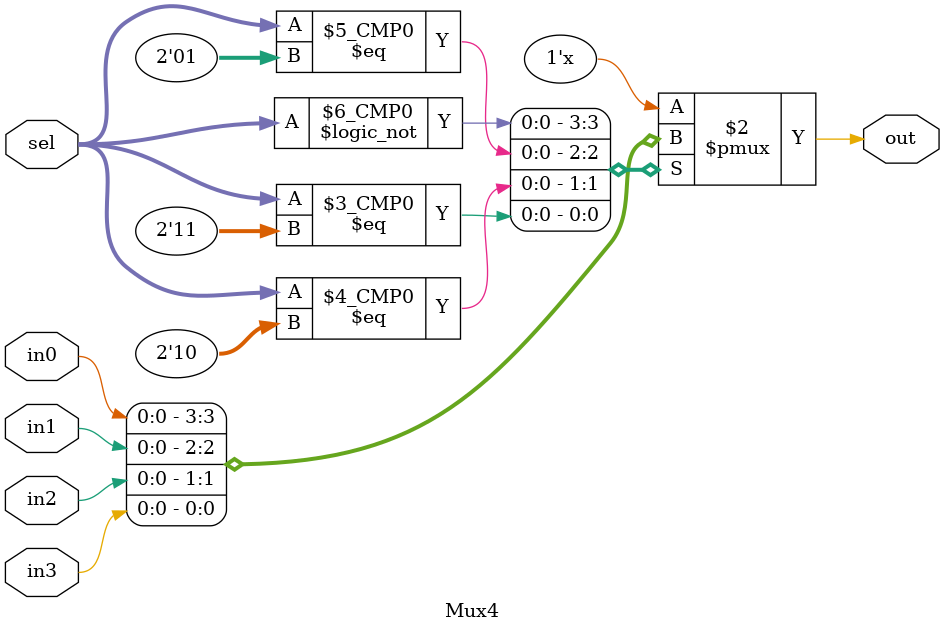
<source format=v>

`ifndef MUXES_V
`define MUXES_V


module Mux2
#(
    parameter nbits = 1
 )
(
  input      [nbits-1:0] in0,
  input      [nbits-1:0] in1,
  input                  sel,
  output reg [nbits-1:0] out
);

  always @( * ) begin
    case( sel )
      1'b0: out = in0;
      1'b1: out = in1;
      default: out = { nbits{1'bx} };
    endcase
  end
  
endmodule

//------------------------------------------------------------------------
// 3-Input Mux
//------------------------------------------------------------------------

module Mux3
#(
    parameter nbits = 1
 )
(
  input      [nbits-1:0] in0,
  input      [nbits-1:0] in1,
  input      [nbits-1:0] in2,
  input            [1:0] sel,
  output reg [nbits-1:0] out
);

  always @( * ) begin
    case( sel )
      2'b00: out = in0;
      2'b01: out = in1;
      2'b10: out = in2;
      default: out = { nbits{1'bx} };
    endcase
  end
  
endmodule

//------------------------------------------------------------------------
// 4-Input Mux
//------------------------------------------------------------------------

module Mux4
#(
    parameter nbits = 1
 )
(
  input      [nbits-1:0] in0,
  input      [nbits-1:0] in1,
  input      [nbits-1:0] in2,
  input      [nbits-1:0] in3,
  input            [1:0] sel,
  output reg [nbits-1:0] out
);

  always @( * ) begin
    case( sel )
      2'b00: out = in0;
      2'b01: out = in1;
      2'b10: out = in2;
      2'b11: out = in3;
      default: out = { nbits{1'bx} };
    endcase
  end
  
endmodule

`endif /* MUXES_V */
</source>
